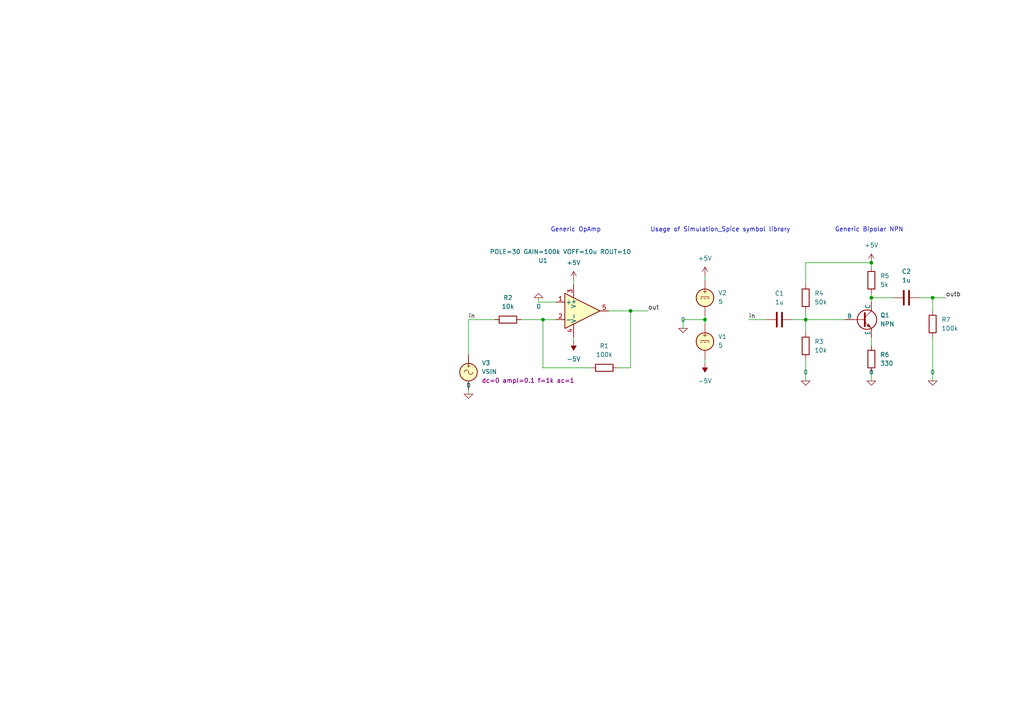
<source format=kicad_sch>
(kicad_sch (version 20230819) (generator eeschema)
  (paper "A4")
  (title_block (title "Generic operational amplifier, generic bipolar") (date "2023-11-13") (comment 1 "Simulation_Spice library"))
  (lib_symbols
    (symbol "Device:C" (pin_numbers hide) (pin_names (offset 0.254))
      (property "Reference" "C" (at 0.635 2.54 0))
      (property "Value" "C" (at 0.635 -2.54 0))
      (symbol "C_0_1"
        (polyline (pts (xy -2.032 -0.762) (xy 2.032 -0.762)) (stroke (width 0.508)))
        (polyline (pts (xy -2.032 0.762) (xy 2.032 0.762)) (stroke (width 0.508)))
      )
      (symbol "C_1_1"
        (pin passive line (at 0 3.81 270) (length 2.794) (name "~") (number "1"))
        (pin passive line (at 0 -3.81 90) (length 2.794) (name "~") (number "2"))
      )
    )
    (symbol "Device:R" (pin_numbers hide) (pin_names (offset 0))
      (property "Reference" "R" (at 2.032 0 90))
      (property "Value" "R" (at 0 0 90))
      (symbol "R_0_1"
        (rectangle (start -1.016 -2.54) (end 1.016 2.54) (stroke (width 0.254)))
      )
      (symbol "R_1_1"
        (pin passive line (at 0 3.81 270) (length 1.27) (name "~") (number "1"))
        (pin passive line (at 0 -3.81 90) (length 1.27) (name "~") (number "2"))
      )
    )
    (symbol "Simulation_SPICE:0" (power) (pin_names (offset 0))
      (property "Value" "0" (at 0 -1.778 0))
      (symbol "0_0_1"
        (polyline (pts (xy -1.27 0) (xy 0 -1.27) (xy 1.27 0) (xy -1.27 0)))
      )
      (symbol "0_1_1"
        (pin power_in line (at 0 0 0) (length 0) hide (name "0") (number "1"))
      )
    )
    (symbol "Simulation_SPICE:NPN" (pin_numbers hide) (pin_names (offset 0))
      (property "Reference" "Q" (at -2.54 7.62 0))
      (property "Value" "NPN" (at -2.54 5.08 0))
      (symbol "NPN_0_1"
        (polyline (pts (xy -2.54 0) (xy 0.635 0)) (stroke (width 0.1524)))
        (polyline (pts (xy 0.635 0.635) (xy 2.54 2.54)))
        (polyline (pts (xy 2.794 -1.27) (xy 2.794 -1.27)) (stroke (width 0.1524)))
        (polyline (pts (xy 2.794 -1.27) (xy 2.794 -1.27)) (stroke (width 0.1524)))
        (polyline (pts (xy 0.635 -0.635) (xy 2.54 -2.54) (xy 2.54 -2.54)))
        (polyline (pts (xy 0.635 1.905) (xy 0.635 -1.905) (xy 0.635 -1.905)) (stroke (width 0.508)))
        (polyline (pts (xy 1.27 -1.778) (xy 1.778 -1.27) (xy 2.286 -2.286) (xy 1.27 -1.778) (xy 1.27 -1.778)) (fill (type outline)))
        (circle (center 1.27 0) (radius 2.8194) (stroke (width 0.254)))
      )
      (symbol "NPN_1_1"
        (pin open_collector line (at 2.54 5.08 270) (length 2.54) (name "C") (number "1"))
        (pin input line (at -5.08 0 0) (length 2.54) (name "B") (number "2"))
        (pin open_emitter line (at 2.54 -5.08 90) (length 2.54) (name "E") (number "3"))
      )
    )
    (symbol "Simulation_SPICE:OPAMP" (pin_names (offset 0.254))
      (property "Reference" "U" (at 3.81 3.175 0))
      (property "Value" "${SIM.PARAMS}" (at 3.81 -3.175 0))
      (symbol "OPAMP_0_1"
        (polyline (pts (xy 5.08 0) (xy -5.08 5.08) (xy -5.08 -5.08) (xy 5.08 0)) (stroke (width 0.254)) (fill (type background)))
      )
      (symbol "OPAMP_1_1"
        (pin input line (at -7.62 2.54 0) (length 2.54) (name "+") (number "1"))
        (pin input line (at -7.62 -2.54 0) (length 2.54) (name "-") (number "2"))
        (pin power_in line (at -2.54 7.62 270) (length 3.81) (name "V+") (number "3"))
        (pin power_in line (at -2.54 -7.62 90) (length 3.81) (name "V-") (number "4"))
        (pin output line (at 7.62 0 180) (length 2.54) (name "~") (number "5"))
      )
    )
    (symbol "Simulation_SPICE:VDC" (pin_numbers hide) (pin_names (offset 0.0254))
      (property "Reference" "V" (at 2.54 2.54 0))
      (property "Value" "1" (at 2.54 0 0))
      (symbol "VDC_0_0"
        (polyline (pts (xy -1.27 0.254) (xy 1.27 0.254)))
        (polyline (pts (xy -0.762 -0.254) (xy -1.27 -0.254)))
        (polyline (pts (xy 0.254 -0.254) (xy -0.254 -0.254)))
        (polyline (pts (xy 1.27 -0.254) (xy 0.762 -0.254)))
        (text "+" (at 0 1.905 0) (effects (font (size 1.27 1.27))))
      )
      (symbol "VDC_0_1"
        (circle (center 0 0) (radius 2.54) (stroke (width 0.254)) (fill (type background)))
      )
      (symbol "VDC_1_1"
        (pin passive line (at 0 5.08 270) (length 2.54) (name "~") (number "1"))
        (pin passive line (at 0 -5.08 90) (length 2.54) (name "~") (number "2"))
      )
    )
    (symbol "Simulation_SPICE:VSIN" (pin_numbers hide) (pin_names (offset 0.0254))
      (property "Reference" "V" (at 2.54 2.54 0))
      (property "Value" "VSIN" (at 2.54 0 0))
      (property "Sim.Params" "dc=0 ampl=1 f=1k ac=1" (at 2.54 -2.54 0))
      (symbol "VSIN_0_0"
        (arc (start 0 0) (mid -0.635 0.6323) (end -1.27 0))
        (arc (start 0 0) (mid 0.635 -0.6323) (end 1.27 0))
        (text "+" (at 0 1.905 0) (effects (font (size 1.27 1.27))))
      )
      (symbol "VSIN_0_1"
        (circle (center 0 0) (radius 2.54) (stroke (width 0.254)) (fill (type background)))
      )
      (symbol "VSIN_1_1"
        (pin passive line (at 0 5.08 270) (length 2.54) (name "~") (number "1"))
        (pin passive line (at 0 -5.08 90) (length 2.54) (name "~") (number "2"))
      )
    )
    (symbol "power:+5V" (power) (pin_names (offset 0))
      (property "Value" "+5V" (at 0 3.556 0))
      (symbol "+5V_0_1"
        (polyline (pts (xy -0.762 1.27) (xy 0 2.54)))
        (polyline (pts (xy 0 0) (xy 0 2.54)))
        (polyline (pts (xy 0 2.54) (xy 0.762 1.27)))
      )
      (symbol "+5V_1_1"
        (pin power_in line (at 0 0 90) (length 0) hide (name "+5V") (number "1"))
      )
    )
    (symbol "power:-5V" (power) (pin_names (offset 0))
      (property "Value" "-5V" (at 0 3.81 0))
      (symbol "-5V_0_0"
        (pin power_in line (at 0 0 90) (length 0) hide (name "-5V") (number "1"))
      )
      (symbol "-5V_0_1"
        (polyline (pts (xy 0 0) (xy 0 1.27) (xy 0.762 1.27) (xy 0 2.54) (xy -0.762 1.27) (xy 0 1.27)) (fill (type outline)))
      )
    )
  )
  (junction (at 252.73 86.36))
  (junction (at 182.88 90.17))
  (junction (at 252.73 76.2))
  (junction (at 233.68 92.71))
  (junction (at 157.48 92.71))
  (junction (at 204.47 92.71))
  (junction (at 270.51 86.36))
  (wire (pts (xy 233.68 76.2) (xy 252.73 76.2)))
  (wire (pts (xy 182.88 90.17) (xy 187.96 90.17)))
  (wire (pts (xy 252.73 86.36) (xy 259.08 86.36)))
  (wire (pts (xy 179.07 106.68) (xy 182.88 106.68)))
  (wire (pts (xy 270.51 86.36) (xy 274.32 86.36)))
  (wire (pts (xy 157.48 106.68) (xy 171.45 106.68)))
  (wire (pts (xy 233.68 92.71) (xy 245.11 92.71)))
  (wire (pts (xy 135.89 92.71) (xy 143.51 92.71)))
  (wire (pts (xy 166.37 97.79) (xy 166.37 99.06)))
  (wire (pts (xy 204.47 80.01) (xy 204.47 81.28)))
  (wire (pts (xy 204.47 91.44) (xy 204.47 92.71)))
  (wire (pts (xy 135.89 113.03) (xy 135.89 114.3)))
  (wire (pts (xy 233.68 90.17) (xy 233.68 92.71)))
  (wire (pts (xy 217.17 92.71) (xy 222.25 92.71)))
  (wire (pts (xy 252.73 85.09) (xy 252.73 86.36)))
  (wire (pts (xy 204.47 92.71) (xy 204.47 93.98)))
  (wire (pts (xy 198.12 92.71) (xy 198.12 95.25)))
  (wire (pts (xy 151.13 92.71) (xy 157.48 92.71)))
  (wire (pts (xy 233.68 92.71) (xy 233.68 96.52)))
  (wire (pts (xy 157.48 92.71) (xy 161.29 92.71)))
  (wire (pts (xy 166.37 82.55) (xy 166.37 81.28)))
  (wire (pts (xy 182.88 106.68) (xy 182.88 90.17)))
  (wire (pts (xy 270.51 86.36) (xy 270.51 90.17)))
  (wire (pts (xy 233.68 104.14) (xy 233.68 110.49)))
  (wire (pts (xy 156.21 87.63) (xy 161.29 87.63)))
  (wire (pts (xy 135.89 92.71) (xy 135.89 102.87)))
  (wire (pts (xy 157.48 92.71) (xy 157.48 106.68)))
  (wire (pts (xy 204.47 92.71) (xy 198.12 92.71)))
  (wire (pts (xy 252.73 97.79) (xy 252.73 100.33)))
  (wire (pts (xy 252.73 107.95) (xy 252.73 110.49)))
  (wire (pts (xy 156.21 86.36) (xy 156.21 87.63)))
  (wire (pts (xy 176.53 90.17) (xy 182.88 90.17)))
  (wire (pts (xy 204.47 104.14) (xy 204.47 105.41)))
  (wire (pts (xy 252.73 76.2) (xy 252.73 77.47)))
  (wire (pts (xy 233.68 82.55) (xy 233.68 76.2)))
  (wire (pts (xy 229.87 92.71) (xy 233.68 92.71)))
  (wire (pts (xy 266.7 86.36) (xy 270.51 86.36)))
  (wire (pts (xy 270.51 97.79) (xy 270.51 110.49)))
  (wire (pts (xy 252.73 86.36) (xy 252.73 87.63)))
  (text "Generic OpAmp" (at 167.005 66.675 0) (effects (font (size 1.27 1.27))))
  (text "Generic Bipolar NPN" (at 252.095 66.675 0) (effects (font (size 1.27 1.27))))
  (text "Usage of Simulation_Spice symbol library" (at 208.915 66.675 0) (effects (font (size 1.27 1.27))))
  (label "outb" (at 274.32 86.36 0))
  (label "in" (at 217.17 92.71 0))
  (label "out" (at 187.96 90.17 0))
  (label "in" (at 135.89 92.71 0))
  (symbol (lib_id "Device:R") (at 175.26 106.68 270) (unit 1)
    (property "Reference" "R1" (at 175.26 100.33 90))
    (property "Value" "100k" (at 175.26 102.87 90))
    (property "Description" "Resistor" (effects hide))
  )
  (symbol (lib_id "power:-5V") (at 204.47 105.41 0) (mirror x) (unit 1)
    (property "Reference" "#PWR06" (effects hide))
    (property "Value" "-5V" (at 204.47 110.49 0))
    (property "Description" "Power symbol creates a global label with name \"-5V\"" (effects hide))
  )
  (symbol (lib_id "Simulation_SPICE:NPN") (at 250.19 92.71 0) (unit 1)
    (property "Reference" "Q1" (at 255.27 91.4399 0) (effects (justify left)))
    (property "Value" "NPN" (at 255.27 93.9799 0) (effects (justify left)))
    (property "Description" "Bipolar transistor symbol for simulation only, substrate tied to the emitter" (effects hide))
    (property "Sim.Device" "NPN" (effects hide))
    (property "Sim.Type" "GUMMELPOON" (effects hide))
    (property "Sim.Pins" "1=C 2=B 3=E" (effects hide))
  )
  (symbol (lib_id "Simulation_SPICE:VDC") (at 204.47 86.36 0) (unit 1)
    (property "Reference" "V2" (at 208.28 84.9601 0) (effects (justify left)))
    (property "Value" "5" (at 208.28 87.5001 0) (effects (justify left)))
    (property "Description" "Voltage source, DC" (effects hide))
    (property "Sim.Pins" "1=+ 2=-" (effects hide))
    (property "Sim.Type" "DC" (effects hide))
    (property "Sim.Device" "V" (effects hide))
  )
  (symbol (lib_id "Device:R") (at 233.68 100.33 0) (unit 1)
    (property "Reference" "R3" (at 236.22 99.0599 0) (effects (justify left)))
    (property "Value" "10k" (at 236.22 101.5999 0) (effects (justify left)))
    (property "Description" "Resistor" (effects hide))
  )
  (symbol (lib_id "Simulation_SPICE:0") (at 270.51 110.49 0) (unit 1)
    (property "Reference" "#GND06" (effects hide))
    (property "Value" "0" (at 270.51 107.95 0))
    (property "Description" "0V reference potential for simulation" (effects hide))
  )
  (symbol (lib_id "Simulation_SPICE:0") (at 198.12 95.25 0) (unit 1)
    (property "Reference" "#GND03" (effects hide))
    (property "Value" "0" (at 198.12 92.71 0))
    (property "Description" "0V reference potential for simulation" (effects hide))
  )
  (symbol (lib_id "Device:R") (at 252.73 81.28 0) (unit 1)
    (property "Reference" "R5" (at 255.27 80.0099 0) (effects (justify left)))
    (property "Value" "5k" (at 255.27 82.5499 0) (effects (justify left)))
    (property "Description" "Resistor" (effects hide))
  )
  (symbol (lib_id "power:+5V") (at 204.47 80.01 0) (unit 1)
    (property "Reference" "#PWR05" (effects hide))
    (property "Value" "+5V" (at 204.47 74.93 0))
    (property "Description" "Power symbol creates a global label with name \"+5V\"" (effects hide))
  )
  (symbol (lib_id "Simulation_SPICE:VDC") (at 204.47 99.06 0) (unit 1)
    (property "Reference" "V1" (at 208.28 97.6601 0) (effects (justify left)))
    (property "Value" "5" (at 208.28 100.2001 0) (effects (justify left)))
    (property "Description" "Voltage source, DC" (effects hide))
    (property "Sim.Pins" "1=+ 2=-" (effects hide))
    (property "Sim.Type" "DC" (effects hide))
    (property "Sim.Device" "V" (effects hide))
  )
  (symbol (lib_id "Device:R") (at 147.32 92.71 270) (unit 1)
    (property "Reference" "R2" (at 147.32 86.36 90))
    (property "Value" "10k" (at 147.32 88.9 90))
    (property "Description" "Resistor" (effects hide))
  )
  (symbol (lib_id "Simulation_SPICE:OPAMP") (at 168.91 90.17 0) (unit 1)
    (property "Reference" "U1" (at 157.48 75.565 0))
    (property "Value" "${SIM.PARAMS}" (at 162.56 73.025 0))
    (property "Description" "Operational amplifier, single, node sequence=1:+ 2:- 3:OUT 4:V+ 5:V-" (effects hide))
    (property "Sim.Pins" "1=in+ 2=in- 3=vcc 4=vee 5=out" (effects hide))
    (property "Sim.Device" "SUBCKT" (effects hide))
    (property "Sim.Library" "${KICAD7_SYMBOL_DIR}/Simulation_SPICE.sp" (effects hide))
    (property "Sim.Name" "kicad_builtin_opamp" (effects hide))
    (property "Sim.Params" "POLE=30 GAIN=100k VOFF=10u ROUT=10" (effects hide))
  )
  (symbol (lib_id "Device:R") (at 233.68 86.36 0) (unit 1)
    (property "Reference" "R4" (at 236.22 85.0899 0) (effects (justify left)))
    (property "Value" "50k" (at 236.22 87.6299 0) (effects (justify left)))
    (property "Description" "Resistor" (effects hide))
  )
  (symbol (lib_id "Device:C") (at 226.06 92.71 90) (unit 1)
    (property "Reference" "C1" (at 226.06 85.09 90))
    (property "Value" "1u" (at 226.06 87.63 90))
    (property "Description" "Unpolarized capacitor" (effects hide))
  )
  (symbol (lib_id "Simulation_SPICE:VSIN") (at 135.89 107.95 0) (unit 1)
    (property "Reference" "V3" (at 139.7 105.2801 0) (effects (justify left)))
    (property "Value" "VSIN" (at 139.7 107.8201 0) (effects (justify left)))
    (property "Description" "Voltage source, sinusoidal" (effects hide))
    (property "Sim.Pins" "1=+ 2=-" (effects hide))
    (property "Sim.Params" "dc=0 ampl=0.1 f=1k ac=1" (at 139.7 110.3601 0) (effects (justify left)))
    (property "Sim.Type" "SIN" (effects hide))
    (property "Sim.Device" "V" (effects hide))
  )
  (symbol (lib_id "Device:R") (at 270.51 93.98 0) (unit 1)
    (property "Reference" "R7" (at 273.05 92.7099 0) (effects (justify left)))
    (property "Value" "100k" (at 273.05 95.2499 0) (effects (justify left)))
    (property "Description" "Resistor" (effects hide))
  )
  (symbol (lib_id "power:+5V") (at 252.73 76.2 0) (unit 1)
    (property "Reference" "#PWR011" (effects hide))
    (property "Value" "+5V" (at 252.73 71.12 0))
    (property "Description" "Power symbol creates a global label with name \"+5V\"" (effects hide))
  )
  (symbol (lib_id "Simulation_SPICE:0") (at 252.73 110.49 0) (unit 1)
    (property "Reference" "#GND05" (effects hide))
    (property "Value" "0" (at 252.73 107.95 0))
    (property "Description" "0V reference potential for simulation" (effects hide))
  )
  (symbol (lib_id "Simulation_SPICE:0") (at 233.68 110.49 0) (unit 1)
    (property "Reference" "#GND04" (effects hide))
    (property "Value" "0" (at 233.68 107.95 0))
    (property "Description" "0V reference potential for simulation" (effects hide))
  )
  (symbol (lib_id "power:-5V") (at 166.37 99.06 0) (mirror x) (unit 1)
    (property "Reference" "#PWR07" (effects hide))
    (property "Value" "-5V" (at 166.37 104.14 0))
    (property "Description" "Power symbol creates a global label with name \"-5V\"" (effects hide))
  )
  (symbol (lib_id "Simulation_SPICE:0") (at 135.89 114.3 0) (unit 1)
    (property "Reference" "#GND01" (effects hide))
    (property "Value" "0" (at 135.89 111.76 0))
    (property "Description" "0V reference potential for simulation" (effects hide))
  )
  (symbol (lib_id "Device:C") (at 262.89 86.36 90) (unit 1)
    (property "Reference" "C2" (at 262.89 78.74 90))
    (property "Value" "1u" (at 262.89 81.28 90))
    (property "Description" "Unpolarized capacitor" (effects hide))
  )
  (symbol (lib_id "power:+5V") (at 166.37 81.28 0) (unit 1)
    (property "Reference" "#PWR04" (effects hide))
    (property "Value" "+5V" (at 166.37 76.2 0))
    (property "Description" "Power symbol creates a global label with name \"+5V\"" (effects hide))
  )
  (symbol (lib_id "Simulation_SPICE:0") (at 156.21 86.36 0) (mirror x) (unit 1)
    (property "Reference" "#GND02" (effects hide))
    (property "Value" "0" (at 156.21 88.9 0))
    (property "Description" "0V reference potential for simulation" (effects hide))
  )
  (symbol (lib_id "Device:R") (at 252.73 104.14 0) (unit 1)
    (property "Reference" "R6" (at 255.27 102.8699 0) (effects (justify left)))
    (property "Value" "330" (at 255.27 105.4099 0) (effects (justify left)))
    (property "Description" "Resistor" (effects hide))
  )
)
</source>
